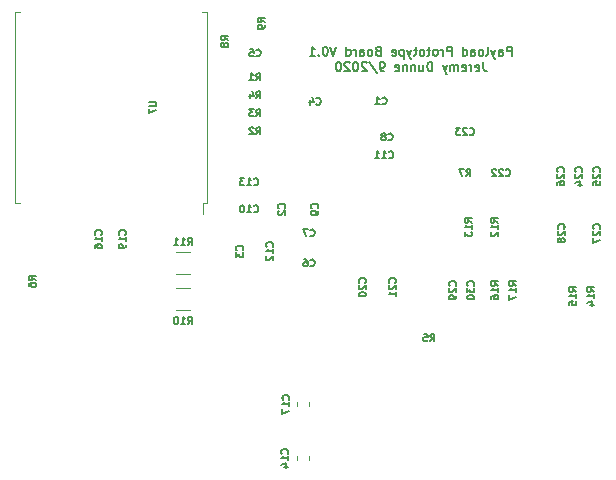
<source format=gbr>
G04 #@! TF.GenerationSoftware,KiCad,Pcbnew,(5.1.6)-1*
G04 #@! TF.CreationDate,2020-09-08T19:34:43-04:00*
G04 #@! TF.ProjectId,PayloadPrototypeBoard,5061796c-6f61-4645-9072-6f746f747970,rev?*
G04 #@! TF.SameCoordinates,Original*
G04 #@! TF.FileFunction,Legend,Bot*
G04 #@! TF.FilePolarity,Positive*
%FSLAX46Y46*%
G04 Gerber Fmt 4.6, Leading zero omitted, Abs format (unit mm)*
G04 Created by KiCad (PCBNEW (5.1.6)-1) date 2020-09-08 19:34:43*
%MOMM*%
%LPD*%
G01*
G04 APERTURE LIST*
%ADD10C,0.152400*%
%ADD11C,0.120000*%
G04 APERTURE END LIST*
D10*
X69487142Y-64721014D02*
X69487142Y-63959014D01*
X69196857Y-63959014D01*
X69124285Y-63995300D01*
X69088000Y-64031585D01*
X69051714Y-64104157D01*
X69051714Y-64213014D01*
X69088000Y-64285585D01*
X69124285Y-64321871D01*
X69196857Y-64358157D01*
X69487142Y-64358157D01*
X68398571Y-64721014D02*
X68398571Y-64321871D01*
X68434857Y-64249300D01*
X68507428Y-64213014D01*
X68652571Y-64213014D01*
X68725142Y-64249300D01*
X68398571Y-64684728D02*
X68471142Y-64721014D01*
X68652571Y-64721014D01*
X68725142Y-64684728D01*
X68761428Y-64612157D01*
X68761428Y-64539585D01*
X68725142Y-64467014D01*
X68652571Y-64430728D01*
X68471142Y-64430728D01*
X68398571Y-64394442D01*
X68108285Y-64213014D02*
X67926857Y-64721014D01*
X67745428Y-64213014D02*
X67926857Y-64721014D01*
X67999428Y-64902442D01*
X68035714Y-64938728D01*
X68108285Y-64975014D01*
X67346285Y-64721014D02*
X67418857Y-64684728D01*
X67455142Y-64612157D01*
X67455142Y-63959014D01*
X66947142Y-64721014D02*
X67019714Y-64684728D01*
X67056000Y-64648442D01*
X67092285Y-64575871D01*
X67092285Y-64358157D01*
X67056000Y-64285585D01*
X67019714Y-64249300D01*
X66947142Y-64213014D01*
X66838285Y-64213014D01*
X66765714Y-64249300D01*
X66729428Y-64285585D01*
X66693142Y-64358157D01*
X66693142Y-64575871D01*
X66729428Y-64648442D01*
X66765714Y-64684728D01*
X66838285Y-64721014D01*
X66947142Y-64721014D01*
X66040000Y-64721014D02*
X66040000Y-64321871D01*
X66076285Y-64249300D01*
X66148857Y-64213014D01*
X66294000Y-64213014D01*
X66366571Y-64249300D01*
X66040000Y-64684728D02*
X66112571Y-64721014D01*
X66294000Y-64721014D01*
X66366571Y-64684728D01*
X66402857Y-64612157D01*
X66402857Y-64539585D01*
X66366571Y-64467014D01*
X66294000Y-64430728D01*
X66112571Y-64430728D01*
X66040000Y-64394442D01*
X65350571Y-64721014D02*
X65350571Y-63959014D01*
X65350571Y-64684728D02*
X65423142Y-64721014D01*
X65568285Y-64721014D01*
X65640857Y-64684728D01*
X65677142Y-64648442D01*
X65713428Y-64575871D01*
X65713428Y-64358157D01*
X65677142Y-64285585D01*
X65640857Y-64249300D01*
X65568285Y-64213014D01*
X65423142Y-64213014D01*
X65350571Y-64249300D01*
X64407142Y-64721014D02*
X64407142Y-63959014D01*
X64116857Y-63959014D01*
X64044285Y-63995300D01*
X64008000Y-64031585D01*
X63971714Y-64104157D01*
X63971714Y-64213014D01*
X64008000Y-64285585D01*
X64044285Y-64321871D01*
X64116857Y-64358157D01*
X64407142Y-64358157D01*
X63645142Y-64721014D02*
X63645142Y-64213014D01*
X63645142Y-64358157D02*
X63608857Y-64285585D01*
X63572571Y-64249300D01*
X63500000Y-64213014D01*
X63427428Y-64213014D01*
X63064571Y-64721014D02*
X63137142Y-64684728D01*
X63173428Y-64648442D01*
X63209714Y-64575871D01*
X63209714Y-64358157D01*
X63173428Y-64285585D01*
X63137142Y-64249300D01*
X63064571Y-64213014D01*
X62955714Y-64213014D01*
X62883142Y-64249300D01*
X62846857Y-64285585D01*
X62810571Y-64358157D01*
X62810571Y-64575871D01*
X62846857Y-64648442D01*
X62883142Y-64684728D01*
X62955714Y-64721014D01*
X63064571Y-64721014D01*
X62592857Y-64213014D02*
X62302571Y-64213014D01*
X62484000Y-63959014D02*
X62484000Y-64612157D01*
X62447714Y-64684728D01*
X62375142Y-64721014D01*
X62302571Y-64721014D01*
X61939714Y-64721014D02*
X62012285Y-64684728D01*
X62048571Y-64648442D01*
X62084857Y-64575871D01*
X62084857Y-64358157D01*
X62048571Y-64285585D01*
X62012285Y-64249300D01*
X61939714Y-64213014D01*
X61830857Y-64213014D01*
X61758285Y-64249300D01*
X61722000Y-64285585D01*
X61685714Y-64358157D01*
X61685714Y-64575871D01*
X61722000Y-64648442D01*
X61758285Y-64684728D01*
X61830857Y-64721014D01*
X61939714Y-64721014D01*
X61468000Y-64213014D02*
X61177714Y-64213014D01*
X61359142Y-63959014D02*
X61359142Y-64612157D01*
X61322857Y-64684728D01*
X61250285Y-64721014D01*
X61177714Y-64721014D01*
X60996285Y-64213014D02*
X60814857Y-64721014D01*
X60633428Y-64213014D02*
X60814857Y-64721014D01*
X60887428Y-64902442D01*
X60923714Y-64938728D01*
X60996285Y-64975014D01*
X60343142Y-64213014D02*
X60343142Y-64975014D01*
X60343142Y-64249300D02*
X60270571Y-64213014D01*
X60125428Y-64213014D01*
X60052857Y-64249300D01*
X60016571Y-64285585D01*
X59980285Y-64358157D01*
X59980285Y-64575871D01*
X60016571Y-64648442D01*
X60052857Y-64684728D01*
X60125428Y-64721014D01*
X60270571Y-64721014D01*
X60343142Y-64684728D01*
X59363428Y-64684728D02*
X59436000Y-64721014D01*
X59581142Y-64721014D01*
X59653714Y-64684728D01*
X59690000Y-64612157D01*
X59690000Y-64321871D01*
X59653714Y-64249300D01*
X59581142Y-64213014D01*
X59436000Y-64213014D01*
X59363428Y-64249300D01*
X59327142Y-64321871D01*
X59327142Y-64394442D01*
X59690000Y-64467014D01*
X58166000Y-64321871D02*
X58057142Y-64358157D01*
X58020857Y-64394442D01*
X57984571Y-64467014D01*
X57984571Y-64575871D01*
X58020857Y-64648442D01*
X58057142Y-64684728D01*
X58129714Y-64721014D01*
X58420000Y-64721014D01*
X58420000Y-63959014D01*
X58166000Y-63959014D01*
X58093428Y-63995300D01*
X58057142Y-64031585D01*
X58020857Y-64104157D01*
X58020857Y-64176728D01*
X58057142Y-64249300D01*
X58093428Y-64285585D01*
X58166000Y-64321871D01*
X58420000Y-64321871D01*
X57549142Y-64721014D02*
X57621714Y-64684728D01*
X57658000Y-64648442D01*
X57694285Y-64575871D01*
X57694285Y-64358157D01*
X57658000Y-64285585D01*
X57621714Y-64249300D01*
X57549142Y-64213014D01*
X57440285Y-64213014D01*
X57367714Y-64249300D01*
X57331428Y-64285585D01*
X57295142Y-64358157D01*
X57295142Y-64575871D01*
X57331428Y-64648442D01*
X57367714Y-64684728D01*
X57440285Y-64721014D01*
X57549142Y-64721014D01*
X56642000Y-64721014D02*
X56642000Y-64321871D01*
X56678285Y-64249300D01*
X56750857Y-64213014D01*
X56896000Y-64213014D01*
X56968571Y-64249300D01*
X56642000Y-64684728D02*
X56714571Y-64721014D01*
X56896000Y-64721014D01*
X56968571Y-64684728D01*
X57004857Y-64612157D01*
X57004857Y-64539585D01*
X56968571Y-64467014D01*
X56896000Y-64430728D01*
X56714571Y-64430728D01*
X56642000Y-64394442D01*
X56279142Y-64721014D02*
X56279142Y-64213014D01*
X56279142Y-64358157D02*
X56242857Y-64285585D01*
X56206571Y-64249300D01*
X56134000Y-64213014D01*
X56061428Y-64213014D01*
X55480857Y-64721014D02*
X55480857Y-63959014D01*
X55480857Y-64684728D02*
X55553428Y-64721014D01*
X55698571Y-64721014D01*
X55771142Y-64684728D01*
X55807428Y-64648442D01*
X55843714Y-64575871D01*
X55843714Y-64358157D01*
X55807428Y-64285585D01*
X55771142Y-64249300D01*
X55698571Y-64213014D01*
X55553428Y-64213014D01*
X55480857Y-64249300D01*
X54646285Y-63959014D02*
X54392285Y-64721014D01*
X54138285Y-63959014D01*
X53739142Y-63959014D02*
X53666571Y-63959014D01*
X53594000Y-63995300D01*
X53557714Y-64031585D01*
X53521428Y-64104157D01*
X53485142Y-64249300D01*
X53485142Y-64430728D01*
X53521428Y-64575871D01*
X53557714Y-64648442D01*
X53594000Y-64684728D01*
X53666571Y-64721014D01*
X53739142Y-64721014D01*
X53811714Y-64684728D01*
X53848000Y-64648442D01*
X53884285Y-64575871D01*
X53920571Y-64430728D01*
X53920571Y-64249300D01*
X53884285Y-64104157D01*
X53848000Y-64031585D01*
X53811714Y-63995300D01*
X53739142Y-63959014D01*
X53158571Y-64648442D02*
X53122285Y-64684728D01*
X53158571Y-64721014D01*
X53194857Y-64684728D01*
X53158571Y-64648442D01*
X53158571Y-64721014D01*
X52396571Y-64721014D02*
X52832000Y-64721014D01*
X52614285Y-64721014D02*
X52614285Y-63959014D01*
X52686857Y-64067871D01*
X52759428Y-64140442D01*
X52832000Y-64176728D01*
X67074142Y-65254414D02*
X67074142Y-65798700D01*
X67110428Y-65907557D01*
X67183000Y-65980128D01*
X67291857Y-66016414D01*
X67364428Y-66016414D01*
X66421000Y-65980128D02*
X66493571Y-66016414D01*
X66638714Y-66016414D01*
X66711285Y-65980128D01*
X66747571Y-65907557D01*
X66747571Y-65617271D01*
X66711285Y-65544700D01*
X66638714Y-65508414D01*
X66493571Y-65508414D01*
X66421000Y-65544700D01*
X66384714Y-65617271D01*
X66384714Y-65689842D01*
X66747571Y-65762414D01*
X66058142Y-66016414D02*
X66058142Y-65508414D01*
X66058142Y-65653557D02*
X66021857Y-65580985D01*
X65985571Y-65544700D01*
X65913000Y-65508414D01*
X65840428Y-65508414D01*
X65296142Y-65980128D02*
X65368714Y-66016414D01*
X65513857Y-66016414D01*
X65586428Y-65980128D01*
X65622714Y-65907557D01*
X65622714Y-65617271D01*
X65586428Y-65544700D01*
X65513857Y-65508414D01*
X65368714Y-65508414D01*
X65296142Y-65544700D01*
X65259857Y-65617271D01*
X65259857Y-65689842D01*
X65622714Y-65762414D01*
X64933285Y-66016414D02*
X64933285Y-65508414D01*
X64933285Y-65580985D02*
X64897000Y-65544700D01*
X64824428Y-65508414D01*
X64715571Y-65508414D01*
X64643000Y-65544700D01*
X64606714Y-65617271D01*
X64606714Y-66016414D01*
X64606714Y-65617271D02*
X64570428Y-65544700D01*
X64497857Y-65508414D01*
X64389000Y-65508414D01*
X64316428Y-65544700D01*
X64280142Y-65617271D01*
X64280142Y-66016414D01*
X63989857Y-65508414D02*
X63808428Y-66016414D01*
X63627000Y-65508414D02*
X63808428Y-66016414D01*
X63881000Y-66197842D01*
X63917285Y-66234128D01*
X63989857Y-66270414D01*
X62756142Y-66016414D02*
X62756142Y-65254414D01*
X62574714Y-65254414D01*
X62465857Y-65290700D01*
X62393285Y-65363271D01*
X62357000Y-65435842D01*
X62320714Y-65580985D01*
X62320714Y-65689842D01*
X62357000Y-65834985D01*
X62393285Y-65907557D01*
X62465857Y-65980128D01*
X62574714Y-66016414D01*
X62756142Y-66016414D01*
X61667571Y-65508414D02*
X61667571Y-66016414D01*
X61994142Y-65508414D02*
X61994142Y-65907557D01*
X61957857Y-65980128D01*
X61885285Y-66016414D01*
X61776428Y-66016414D01*
X61703857Y-65980128D01*
X61667571Y-65943842D01*
X61304714Y-65508414D02*
X61304714Y-66016414D01*
X61304714Y-65580985D02*
X61268428Y-65544700D01*
X61195857Y-65508414D01*
X61087000Y-65508414D01*
X61014428Y-65544700D01*
X60978142Y-65617271D01*
X60978142Y-66016414D01*
X60615285Y-65508414D02*
X60615285Y-66016414D01*
X60615285Y-65580985D02*
X60579000Y-65544700D01*
X60506428Y-65508414D01*
X60397571Y-65508414D01*
X60325000Y-65544700D01*
X60288714Y-65617271D01*
X60288714Y-66016414D01*
X59635571Y-65980128D02*
X59708142Y-66016414D01*
X59853285Y-66016414D01*
X59925857Y-65980128D01*
X59962142Y-65907557D01*
X59962142Y-65617271D01*
X59925857Y-65544700D01*
X59853285Y-65508414D01*
X59708142Y-65508414D01*
X59635571Y-65544700D01*
X59599285Y-65617271D01*
X59599285Y-65689842D01*
X59962142Y-65762414D01*
X58655857Y-66016414D02*
X58510714Y-66016414D01*
X58438142Y-65980128D01*
X58401857Y-65943842D01*
X58329285Y-65834985D01*
X58293000Y-65689842D01*
X58293000Y-65399557D01*
X58329285Y-65326985D01*
X58365571Y-65290700D01*
X58438142Y-65254414D01*
X58583285Y-65254414D01*
X58655857Y-65290700D01*
X58692142Y-65326985D01*
X58728428Y-65399557D01*
X58728428Y-65580985D01*
X58692142Y-65653557D01*
X58655857Y-65689842D01*
X58583285Y-65726128D01*
X58438142Y-65726128D01*
X58365571Y-65689842D01*
X58329285Y-65653557D01*
X58293000Y-65580985D01*
X57422142Y-65218128D02*
X58075285Y-66197842D01*
X57204428Y-65326985D02*
X57168142Y-65290700D01*
X57095571Y-65254414D01*
X56914142Y-65254414D01*
X56841571Y-65290700D01*
X56805285Y-65326985D01*
X56769000Y-65399557D01*
X56769000Y-65472128D01*
X56805285Y-65580985D01*
X57240714Y-66016414D01*
X56769000Y-66016414D01*
X56297285Y-65254414D02*
X56224714Y-65254414D01*
X56152142Y-65290700D01*
X56115857Y-65326985D01*
X56079571Y-65399557D01*
X56043285Y-65544700D01*
X56043285Y-65726128D01*
X56079571Y-65871271D01*
X56115857Y-65943842D01*
X56152142Y-65980128D01*
X56224714Y-66016414D01*
X56297285Y-66016414D01*
X56369857Y-65980128D01*
X56406142Y-65943842D01*
X56442428Y-65871271D01*
X56478714Y-65726128D01*
X56478714Y-65544700D01*
X56442428Y-65399557D01*
X56406142Y-65326985D01*
X56369857Y-65290700D01*
X56297285Y-65254414D01*
X55753000Y-65326985D02*
X55716714Y-65290700D01*
X55644142Y-65254414D01*
X55462714Y-65254414D01*
X55390142Y-65290700D01*
X55353857Y-65326985D01*
X55317571Y-65399557D01*
X55317571Y-65472128D01*
X55353857Y-65580985D01*
X55789285Y-66016414D01*
X55317571Y-66016414D01*
X54845857Y-65254414D02*
X54773285Y-65254414D01*
X54700714Y-65290700D01*
X54664428Y-65326985D01*
X54628142Y-65399557D01*
X54591857Y-65544700D01*
X54591857Y-65726128D01*
X54628142Y-65871271D01*
X54664428Y-65943842D01*
X54700714Y-65980128D01*
X54773285Y-66016414D01*
X54845857Y-66016414D01*
X54918428Y-65980128D01*
X54954714Y-65943842D01*
X54991000Y-65871271D01*
X55027285Y-65726128D01*
X55027285Y-65544700D01*
X54991000Y-65399557D01*
X54954714Y-65326985D01*
X54918428Y-65290700D01*
X54845857Y-65254414D01*
D11*
X43310000Y-77188000D02*
X43310000Y-78088000D01*
X43660000Y-77188000D02*
X43310000Y-77188000D01*
X27460000Y-60988000D02*
X27860000Y-60988000D01*
X27460000Y-77188000D02*
X27460000Y-60988000D01*
X27860000Y-77188000D02*
X27460000Y-77188000D01*
X43660000Y-60988000D02*
X43260000Y-60988000D01*
X43660000Y-77188000D02*
X43660000Y-60988000D01*
X51306000Y-98643221D02*
X51306000Y-98968779D01*
X52326000Y-98643221D02*
X52326000Y-98968779D01*
X52326000Y-94071221D02*
X52326000Y-94396779D01*
X51306000Y-94071221D02*
X51306000Y-94396779D01*
X41053936Y-84434000D02*
X42258064Y-84434000D01*
X41053936Y-86254000D02*
X42258064Y-86254000D01*
X42258064Y-81386000D02*
X41053936Y-81386000D01*
X42258064Y-83206000D02*
X41053936Y-83206000D01*
D10*
X38782171Y-68623542D02*
X39275657Y-68623542D01*
X39333714Y-68652571D01*
X39362742Y-68681600D01*
X39391771Y-68739657D01*
X39391771Y-68855771D01*
X39362742Y-68913828D01*
X39333714Y-68942857D01*
X39275657Y-68971885D01*
X38782171Y-68971885D01*
X38782171Y-69204114D02*
X38782171Y-69610514D01*
X39391771Y-69349257D01*
X50509714Y-98414114D02*
X50538742Y-98385085D01*
X50567771Y-98298000D01*
X50567771Y-98239942D01*
X50538742Y-98152857D01*
X50480685Y-98094800D01*
X50422628Y-98065771D01*
X50306514Y-98036742D01*
X50219428Y-98036742D01*
X50103314Y-98065771D01*
X50045257Y-98094800D01*
X49987200Y-98152857D01*
X49958171Y-98239942D01*
X49958171Y-98298000D01*
X49987200Y-98385085D01*
X50016228Y-98414114D01*
X50567771Y-98994685D02*
X50567771Y-98646342D01*
X50567771Y-98820514D02*
X49958171Y-98820514D01*
X50045257Y-98762457D01*
X50103314Y-98704400D01*
X50132342Y-98646342D01*
X50161371Y-99517200D02*
X50567771Y-99517200D01*
X49929142Y-99372057D02*
X50364571Y-99226914D01*
X50364571Y-99604285D01*
X58521600Y-68797714D02*
X58550628Y-68826742D01*
X58637714Y-68855771D01*
X58695771Y-68855771D01*
X58782857Y-68826742D01*
X58840914Y-68768685D01*
X58869942Y-68710628D01*
X58898971Y-68594514D01*
X58898971Y-68507428D01*
X58869942Y-68391314D01*
X58840914Y-68333257D01*
X58782857Y-68275200D01*
X58695771Y-68246171D01*
X58637714Y-68246171D01*
X58550628Y-68275200D01*
X58521600Y-68304228D01*
X57941028Y-68855771D02*
X58289371Y-68855771D01*
X58115200Y-68855771D02*
X58115200Y-68246171D01*
X58173257Y-68333257D01*
X58231314Y-68391314D01*
X58289371Y-68420342D01*
X50255714Y-77622400D02*
X50284742Y-77593371D01*
X50313771Y-77506285D01*
X50313771Y-77448228D01*
X50284742Y-77361142D01*
X50226685Y-77303085D01*
X50168628Y-77274057D01*
X50052514Y-77245028D01*
X49965428Y-77245028D01*
X49849314Y-77274057D01*
X49791257Y-77303085D01*
X49733200Y-77361142D01*
X49704171Y-77448228D01*
X49704171Y-77506285D01*
X49733200Y-77593371D01*
X49762228Y-77622400D01*
X49762228Y-77854628D02*
X49733200Y-77883657D01*
X49704171Y-77941714D01*
X49704171Y-78086857D01*
X49733200Y-78144914D01*
X49762228Y-78173942D01*
X49820285Y-78202971D01*
X49878342Y-78202971D01*
X49965428Y-78173942D01*
X50313771Y-77825600D01*
X50313771Y-78202971D01*
X46699714Y-81178400D02*
X46728742Y-81149371D01*
X46757771Y-81062285D01*
X46757771Y-81004228D01*
X46728742Y-80917142D01*
X46670685Y-80859085D01*
X46612628Y-80830057D01*
X46496514Y-80801028D01*
X46409428Y-80801028D01*
X46293314Y-80830057D01*
X46235257Y-80859085D01*
X46177200Y-80917142D01*
X46148171Y-81004228D01*
X46148171Y-81062285D01*
X46177200Y-81149371D01*
X46206228Y-81178400D01*
X46148171Y-81381600D02*
X46148171Y-81758971D01*
X46380400Y-81555771D01*
X46380400Y-81642857D01*
X46409428Y-81700914D01*
X46438457Y-81729942D01*
X46496514Y-81758971D01*
X46641657Y-81758971D01*
X46699714Y-81729942D01*
X46728742Y-81700914D01*
X46757771Y-81642857D01*
X46757771Y-81468685D01*
X46728742Y-81410628D01*
X46699714Y-81381600D01*
X52933600Y-68831714D02*
X52962628Y-68860742D01*
X53049714Y-68889771D01*
X53107771Y-68889771D01*
X53194857Y-68860742D01*
X53252914Y-68802685D01*
X53281942Y-68744628D01*
X53310971Y-68628514D01*
X53310971Y-68541428D01*
X53281942Y-68425314D01*
X53252914Y-68367257D01*
X53194857Y-68309200D01*
X53107771Y-68280171D01*
X53049714Y-68280171D01*
X52962628Y-68309200D01*
X52933600Y-68338228D01*
X52411085Y-68483371D02*
X52411085Y-68889771D01*
X52556228Y-68251142D02*
X52701371Y-68686571D01*
X52324000Y-68686571D01*
X47853600Y-64733714D02*
X47882628Y-64762742D01*
X47969714Y-64791771D01*
X48027771Y-64791771D01*
X48114857Y-64762742D01*
X48172914Y-64704685D01*
X48201942Y-64646628D01*
X48230971Y-64530514D01*
X48230971Y-64443428D01*
X48201942Y-64327314D01*
X48172914Y-64269257D01*
X48114857Y-64211200D01*
X48027771Y-64182171D01*
X47969714Y-64182171D01*
X47882628Y-64211200D01*
X47853600Y-64240228D01*
X47302057Y-64182171D02*
X47592342Y-64182171D01*
X47621371Y-64472457D01*
X47592342Y-64443428D01*
X47534285Y-64414400D01*
X47389142Y-64414400D01*
X47331085Y-64443428D01*
X47302057Y-64472457D01*
X47273028Y-64530514D01*
X47273028Y-64675657D01*
X47302057Y-64733714D01*
X47331085Y-64762742D01*
X47389142Y-64791771D01*
X47534285Y-64791771D01*
X47592342Y-64762742D01*
X47621371Y-64733714D01*
X52425600Y-82513714D02*
X52454628Y-82542742D01*
X52541714Y-82571771D01*
X52599771Y-82571771D01*
X52686857Y-82542742D01*
X52744914Y-82484685D01*
X52773942Y-82426628D01*
X52802971Y-82310514D01*
X52802971Y-82223428D01*
X52773942Y-82107314D01*
X52744914Y-82049257D01*
X52686857Y-81991200D01*
X52599771Y-81962171D01*
X52541714Y-81962171D01*
X52454628Y-81991200D01*
X52425600Y-82020228D01*
X51903085Y-81962171D02*
X52019200Y-81962171D01*
X52077257Y-81991200D01*
X52106285Y-82020228D01*
X52164342Y-82107314D01*
X52193371Y-82223428D01*
X52193371Y-82455657D01*
X52164342Y-82513714D01*
X52135314Y-82542742D01*
X52077257Y-82571771D01*
X51961142Y-82571771D01*
X51903085Y-82542742D01*
X51874057Y-82513714D01*
X51845028Y-82455657D01*
X51845028Y-82310514D01*
X51874057Y-82252457D01*
X51903085Y-82223428D01*
X51961142Y-82194400D01*
X52077257Y-82194400D01*
X52135314Y-82223428D01*
X52164342Y-82252457D01*
X52193371Y-82310514D01*
X52425600Y-79973714D02*
X52454628Y-80002742D01*
X52541714Y-80031771D01*
X52599771Y-80031771D01*
X52686857Y-80002742D01*
X52744914Y-79944685D01*
X52773942Y-79886628D01*
X52802971Y-79770514D01*
X52802971Y-79683428D01*
X52773942Y-79567314D01*
X52744914Y-79509257D01*
X52686857Y-79451200D01*
X52599771Y-79422171D01*
X52541714Y-79422171D01*
X52454628Y-79451200D01*
X52425600Y-79480228D01*
X52222400Y-79422171D02*
X51816000Y-79422171D01*
X52077257Y-80031771D01*
X59029600Y-71845714D02*
X59058628Y-71874742D01*
X59145714Y-71903771D01*
X59203771Y-71903771D01*
X59290857Y-71874742D01*
X59348914Y-71816685D01*
X59377942Y-71758628D01*
X59406971Y-71642514D01*
X59406971Y-71555428D01*
X59377942Y-71439314D01*
X59348914Y-71381257D01*
X59290857Y-71323200D01*
X59203771Y-71294171D01*
X59145714Y-71294171D01*
X59058628Y-71323200D01*
X59029600Y-71352228D01*
X58681257Y-71555428D02*
X58739314Y-71526400D01*
X58768342Y-71497371D01*
X58797371Y-71439314D01*
X58797371Y-71410285D01*
X58768342Y-71352228D01*
X58739314Y-71323200D01*
X58681257Y-71294171D01*
X58565142Y-71294171D01*
X58507085Y-71323200D01*
X58478057Y-71352228D01*
X58449028Y-71410285D01*
X58449028Y-71439314D01*
X58478057Y-71497371D01*
X58507085Y-71526400D01*
X58565142Y-71555428D01*
X58681257Y-71555428D01*
X58739314Y-71584457D01*
X58768342Y-71613485D01*
X58797371Y-71671542D01*
X58797371Y-71787657D01*
X58768342Y-71845714D01*
X58739314Y-71874742D01*
X58681257Y-71903771D01*
X58565142Y-71903771D01*
X58507085Y-71874742D01*
X58478057Y-71845714D01*
X58449028Y-71787657D01*
X58449028Y-71671542D01*
X58478057Y-71613485D01*
X58507085Y-71584457D01*
X58565142Y-71555428D01*
X53049714Y-77622400D02*
X53078742Y-77593371D01*
X53107771Y-77506285D01*
X53107771Y-77448228D01*
X53078742Y-77361142D01*
X53020685Y-77303085D01*
X52962628Y-77274057D01*
X52846514Y-77245028D01*
X52759428Y-77245028D01*
X52643314Y-77274057D01*
X52585257Y-77303085D01*
X52527200Y-77361142D01*
X52498171Y-77448228D01*
X52498171Y-77506285D01*
X52527200Y-77593371D01*
X52556228Y-77622400D01*
X53107771Y-77912685D02*
X53107771Y-78028800D01*
X53078742Y-78086857D01*
X53049714Y-78115885D01*
X52962628Y-78173942D01*
X52846514Y-78202971D01*
X52614285Y-78202971D01*
X52556228Y-78173942D01*
X52527200Y-78144914D01*
X52498171Y-78086857D01*
X52498171Y-77970742D01*
X52527200Y-77912685D01*
X52556228Y-77883657D01*
X52614285Y-77854628D01*
X52759428Y-77854628D01*
X52817485Y-77883657D01*
X52846514Y-77912685D01*
X52875542Y-77970742D01*
X52875542Y-78086857D01*
X52846514Y-78144914D01*
X52817485Y-78173942D01*
X52759428Y-78202971D01*
X47635885Y-77941714D02*
X47664914Y-77970742D01*
X47752000Y-77999771D01*
X47810057Y-77999771D01*
X47897142Y-77970742D01*
X47955200Y-77912685D01*
X47984228Y-77854628D01*
X48013257Y-77738514D01*
X48013257Y-77651428D01*
X47984228Y-77535314D01*
X47955200Y-77477257D01*
X47897142Y-77419200D01*
X47810057Y-77390171D01*
X47752000Y-77390171D01*
X47664914Y-77419200D01*
X47635885Y-77448228D01*
X47055314Y-77999771D02*
X47403657Y-77999771D01*
X47229485Y-77999771D02*
X47229485Y-77390171D01*
X47287542Y-77477257D01*
X47345600Y-77535314D01*
X47403657Y-77564342D01*
X46677942Y-77390171D02*
X46619885Y-77390171D01*
X46561828Y-77419200D01*
X46532800Y-77448228D01*
X46503771Y-77506285D01*
X46474742Y-77622400D01*
X46474742Y-77767542D01*
X46503771Y-77883657D01*
X46532800Y-77941714D01*
X46561828Y-77970742D01*
X46619885Y-77999771D01*
X46677942Y-77999771D01*
X46736000Y-77970742D01*
X46765028Y-77941714D01*
X46794057Y-77883657D01*
X46823085Y-77767542D01*
X46823085Y-77622400D01*
X46794057Y-77506285D01*
X46765028Y-77448228D01*
X46736000Y-77419200D01*
X46677942Y-77390171D01*
X59065885Y-73369714D02*
X59094914Y-73398742D01*
X59182000Y-73427771D01*
X59240057Y-73427771D01*
X59327142Y-73398742D01*
X59385200Y-73340685D01*
X59414228Y-73282628D01*
X59443257Y-73166514D01*
X59443257Y-73079428D01*
X59414228Y-72963314D01*
X59385200Y-72905257D01*
X59327142Y-72847200D01*
X59240057Y-72818171D01*
X59182000Y-72818171D01*
X59094914Y-72847200D01*
X59065885Y-72876228D01*
X58485314Y-73427771D02*
X58833657Y-73427771D01*
X58659485Y-73427771D02*
X58659485Y-72818171D01*
X58717542Y-72905257D01*
X58775600Y-72963314D01*
X58833657Y-72992342D01*
X57904742Y-73427771D02*
X58253085Y-73427771D01*
X58078914Y-73427771D02*
X58078914Y-72818171D01*
X58136971Y-72905257D01*
X58195028Y-72963314D01*
X58253085Y-72992342D01*
X49239714Y-80888114D02*
X49268742Y-80859085D01*
X49297771Y-80772000D01*
X49297771Y-80713942D01*
X49268742Y-80626857D01*
X49210685Y-80568800D01*
X49152628Y-80539771D01*
X49036514Y-80510742D01*
X48949428Y-80510742D01*
X48833314Y-80539771D01*
X48775257Y-80568800D01*
X48717200Y-80626857D01*
X48688171Y-80713942D01*
X48688171Y-80772000D01*
X48717200Y-80859085D01*
X48746228Y-80888114D01*
X49297771Y-81468685D02*
X49297771Y-81120342D01*
X49297771Y-81294514D02*
X48688171Y-81294514D01*
X48775257Y-81236457D01*
X48833314Y-81178400D01*
X48862342Y-81120342D01*
X48746228Y-81700914D02*
X48717200Y-81729942D01*
X48688171Y-81788000D01*
X48688171Y-81933142D01*
X48717200Y-81991200D01*
X48746228Y-82020228D01*
X48804285Y-82049257D01*
X48862342Y-82049257D01*
X48949428Y-82020228D01*
X49297771Y-81671885D01*
X49297771Y-82049257D01*
X47635885Y-75655714D02*
X47664914Y-75684742D01*
X47752000Y-75713771D01*
X47810057Y-75713771D01*
X47897142Y-75684742D01*
X47955200Y-75626685D01*
X47984228Y-75568628D01*
X48013257Y-75452514D01*
X48013257Y-75365428D01*
X47984228Y-75249314D01*
X47955200Y-75191257D01*
X47897142Y-75133200D01*
X47810057Y-75104171D01*
X47752000Y-75104171D01*
X47664914Y-75133200D01*
X47635885Y-75162228D01*
X47055314Y-75713771D02*
X47403657Y-75713771D01*
X47229485Y-75713771D02*
X47229485Y-75104171D01*
X47287542Y-75191257D01*
X47345600Y-75249314D01*
X47403657Y-75278342D01*
X46852114Y-75104171D02*
X46474742Y-75104171D01*
X46677942Y-75336400D01*
X46590857Y-75336400D01*
X46532800Y-75365428D01*
X46503771Y-75394457D01*
X46474742Y-75452514D01*
X46474742Y-75597657D01*
X46503771Y-75655714D01*
X46532800Y-75684742D01*
X46590857Y-75713771D01*
X46765028Y-75713771D01*
X46823085Y-75684742D01*
X46852114Y-75655714D01*
X34727714Y-79872114D02*
X34756742Y-79843085D01*
X34785771Y-79756000D01*
X34785771Y-79697942D01*
X34756742Y-79610857D01*
X34698685Y-79552800D01*
X34640628Y-79523771D01*
X34524514Y-79494742D01*
X34437428Y-79494742D01*
X34321314Y-79523771D01*
X34263257Y-79552800D01*
X34205200Y-79610857D01*
X34176171Y-79697942D01*
X34176171Y-79756000D01*
X34205200Y-79843085D01*
X34234228Y-79872114D01*
X34785771Y-80452685D02*
X34785771Y-80104342D01*
X34785771Y-80278514D02*
X34176171Y-80278514D01*
X34263257Y-80220457D01*
X34321314Y-80162400D01*
X34350342Y-80104342D01*
X34176171Y-80975200D02*
X34176171Y-80859085D01*
X34205200Y-80801028D01*
X34234228Y-80772000D01*
X34321314Y-80713942D01*
X34437428Y-80684914D01*
X34669657Y-80684914D01*
X34727714Y-80713942D01*
X34756742Y-80742971D01*
X34785771Y-80801028D01*
X34785771Y-80917142D01*
X34756742Y-80975200D01*
X34727714Y-81004228D01*
X34669657Y-81033257D01*
X34524514Y-81033257D01*
X34466457Y-81004228D01*
X34437428Y-80975200D01*
X34408400Y-80917142D01*
X34408400Y-80801028D01*
X34437428Y-80742971D01*
X34466457Y-80713942D01*
X34524514Y-80684914D01*
X57079714Y-83936114D02*
X57108742Y-83907085D01*
X57137771Y-83820000D01*
X57137771Y-83761942D01*
X57108742Y-83674857D01*
X57050685Y-83616800D01*
X56992628Y-83587771D01*
X56876514Y-83558742D01*
X56789428Y-83558742D01*
X56673314Y-83587771D01*
X56615257Y-83616800D01*
X56557200Y-83674857D01*
X56528171Y-83761942D01*
X56528171Y-83820000D01*
X56557200Y-83907085D01*
X56586228Y-83936114D01*
X56586228Y-84168342D02*
X56557200Y-84197371D01*
X56528171Y-84255428D01*
X56528171Y-84400571D01*
X56557200Y-84458628D01*
X56586228Y-84487657D01*
X56644285Y-84516685D01*
X56702342Y-84516685D01*
X56789428Y-84487657D01*
X57137771Y-84139314D01*
X57137771Y-84516685D01*
X56528171Y-84894057D02*
X56528171Y-84952114D01*
X56557200Y-85010171D01*
X56586228Y-85039200D01*
X56644285Y-85068228D01*
X56760400Y-85097257D01*
X56905542Y-85097257D01*
X57021657Y-85068228D01*
X57079714Y-85039200D01*
X57108742Y-85010171D01*
X57137771Y-84952114D01*
X57137771Y-84894057D01*
X57108742Y-84836000D01*
X57079714Y-84806971D01*
X57021657Y-84777942D01*
X56905542Y-84748914D01*
X56760400Y-84748914D01*
X56644285Y-84777942D01*
X56586228Y-84806971D01*
X56557200Y-84836000D01*
X56528171Y-84894057D01*
X59619714Y-83936114D02*
X59648742Y-83907085D01*
X59677771Y-83820000D01*
X59677771Y-83761942D01*
X59648742Y-83674857D01*
X59590685Y-83616800D01*
X59532628Y-83587771D01*
X59416514Y-83558742D01*
X59329428Y-83558742D01*
X59213314Y-83587771D01*
X59155257Y-83616800D01*
X59097200Y-83674857D01*
X59068171Y-83761942D01*
X59068171Y-83820000D01*
X59097200Y-83907085D01*
X59126228Y-83936114D01*
X59126228Y-84168342D02*
X59097200Y-84197371D01*
X59068171Y-84255428D01*
X59068171Y-84400571D01*
X59097200Y-84458628D01*
X59126228Y-84487657D01*
X59184285Y-84516685D01*
X59242342Y-84516685D01*
X59329428Y-84487657D01*
X59677771Y-84139314D01*
X59677771Y-84516685D01*
X59677771Y-85097257D02*
X59677771Y-84748914D01*
X59677771Y-84923085D02*
X59068171Y-84923085D01*
X59155257Y-84865028D01*
X59213314Y-84806971D01*
X59242342Y-84748914D01*
X68971885Y-74859714D02*
X69000914Y-74888742D01*
X69088000Y-74917771D01*
X69146057Y-74917771D01*
X69233142Y-74888742D01*
X69291200Y-74830685D01*
X69320228Y-74772628D01*
X69349257Y-74656514D01*
X69349257Y-74569428D01*
X69320228Y-74453314D01*
X69291200Y-74395257D01*
X69233142Y-74337200D01*
X69146057Y-74308171D01*
X69088000Y-74308171D01*
X69000914Y-74337200D01*
X68971885Y-74366228D01*
X68739657Y-74366228D02*
X68710628Y-74337200D01*
X68652571Y-74308171D01*
X68507428Y-74308171D01*
X68449371Y-74337200D01*
X68420342Y-74366228D01*
X68391314Y-74424285D01*
X68391314Y-74482342D01*
X68420342Y-74569428D01*
X68768685Y-74917771D01*
X68391314Y-74917771D01*
X68159085Y-74366228D02*
X68130057Y-74337200D01*
X68072000Y-74308171D01*
X67926857Y-74308171D01*
X67868800Y-74337200D01*
X67839771Y-74366228D01*
X67810742Y-74424285D01*
X67810742Y-74482342D01*
X67839771Y-74569428D01*
X68188114Y-74917771D01*
X67810742Y-74917771D01*
X65923885Y-71371714D02*
X65952914Y-71400742D01*
X66040000Y-71429771D01*
X66098057Y-71429771D01*
X66185142Y-71400742D01*
X66243200Y-71342685D01*
X66272228Y-71284628D01*
X66301257Y-71168514D01*
X66301257Y-71081428D01*
X66272228Y-70965314D01*
X66243200Y-70907257D01*
X66185142Y-70849200D01*
X66098057Y-70820171D01*
X66040000Y-70820171D01*
X65952914Y-70849200D01*
X65923885Y-70878228D01*
X65691657Y-70878228D02*
X65662628Y-70849200D01*
X65604571Y-70820171D01*
X65459428Y-70820171D01*
X65401371Y-70849200D01*
X65372342Y-70878228D01*
X65343314Y-70936285D01*
X65343314Y-70994342D01*
X65372342Y-71081428D01*
X65720685Y-71429771D01*
X65343314Y-71429771D01*
X65140114Y-70820171D02*
X64762742Y-70820171D01*
X64965942Y-71052400D01*
X64878857Y-71052400D01*
X64820800Y-71081428D01*
X64791771Y-71110457D01*
X64762742Y-71168514D01*
X64762742Y-71313657D01*
X64791771Y-71371714D01*
X64820800Y-71400742D01*
X64878857Y-71429771D01*
X65053028Y-71429771D01*
X65111085Y-71400742D01*
X65140114Y-71371714D01*
X75401714Y-74538114D02*
X75430742Y-74509085D01*
X75459771Y-74422000D01*
X75459771Y-74363942D01*
X75430742Y-74276857D01*
X75372685Y-74218800D01*
X75314628Y-74189771D01*
X75198514Y-74160742D01*
X75111428Y-74160742D01*
X74995314Y-74189771D01*
X74937257Y-74218800D01*
X74879200Y-74276857D01*
X74850171Y-74363942D01*
X74850171Y-74422000D01*
X74879200Y-74509085D01*
X74908228Y-74538114D01*
X74908228Y-74770342D02*
X74879200Y-74799371D01*
X74850171Y-74857428D01*
X74850171Y-75002571D01*
X74879200Y-75060628D01*
X74908228Y-75089657D01*
X74966285Y-75118685D01*
X75024342Y-75118685D01*
X75111428Y-75089657D01*
X75459771Y-74741314D01*
X75459771Y-75118685D01*
X75053371Y-75641200D02*
X75459771Y-75641200D01*
X74821142Y-75496057D02*
X75256571Y-75350914D01*
X75256571Y-75728285D01*
X76925714Y-74538114D02*
X76954742Y-74509085D01*
X76983771Y-74422000D01*
X76983771Y-74363942D01*
X76954742Y-74276857D01*
X76896685Y-74218800D01*
X76838628Y-74189771D01*
X76722514Y-74160742D01*
X76635428Y-74160742D01*
X76519314Y-74189771D01*
X76461257Y-74218800D01*
X76403200Y-74276857D01*
X76374171Y-74363942D01*
X76374171Y-74422000D01*
X76403200Y-74509085D01*
X76432228Y-74538114D01*
X76432228Y-74770342D02*
X76403200Y-74799371D01*
X76374171Y-74857428D01*
X76374171Y-75002571D01*
X76403200Y-75060628D01*
X76432228Y-75089657D01*
X76490285Y-75118685D01*
X76548342Y-75118685D01*
X76635428Y-75089657D01*
X76983771Y-74741314D01*
X76983771Y-75118685D01*
X76374171Y-75670228D02*
X76374171Y-75379942D01*
X76664457Y-75350914D01*
X76635428Y-75379942D01*
X76606400Y-75438000D01*
X76606400Y-75583142D01*
X76635428Y-75641200D01*
X76664457Y-75670228D01*
X76722514Y-75699257D01*
X76867657Y-75699257D01*
X76925714Y-75670228D01*
X76954742Y-75641200D01*
X76983771Y-75583142D01*
X76983771Y-75438000D01*
X76954742Y-75379942D01*
X76925714Y-75350914D01*
X73877714Y-74538114D02*
X73906742Y-74509085D01*
X73935771Y-74422000D01*
X73935771Y-74363942D01*
X73906742Y-74276857D01*
X73848685Y-74218800D01*
X73790628Y-74189771D01*
X73674514Y-74160742D01*
X73587428Y-74160742D01*
X73471314Y-74189771D01*
X73413257Y-74218800D01*
X73355200Y-74276857D01*
X73326171Y-74363942D01*
X73326171Y-74422000D01*
X73355200Y-74509085D01*
X73384228Y-74538114D01*
X73384228Y-74770342D02*
X73355200Y-74799371D01*
X73326171Y-74857428D01*
X73326171Y-75002571D01*
X73355200Y-75060628D01*
X73384228Y-75089657D01*
X73442285Y-75118685D01*
X73500342Y-75118685D01*
X73587428Y-75089657D01*
X73935771Y-74741314D01*
X73935771Y-75118685D01*
X73326171Y-75641200D02*
X73326171Y-75525085D01*
X73355200Y-75467028D01*
X73384228Y-75438000D01*
X73471314Y-75379942D01*
X73587428Y-75350914D01*
X73819657Y-75350914D01*
X73877714Y-75379942D01*
X73906742Y-75408971D01*
X73935771Y-75467028D01*
X73935771Y-75583142D01*
X73906742Y-75641200D01*
X73877714Y-75670228D01*
X73819657Y-75699257D01*
X73674514Y-75699257D01*
X73616457Y-75670228D01*
X73587428Y-75641200D01*
X73558400Y-75583142D01*
X73558400Y-75467028D01*
X73587428Y-75408971D01*
X73616457Y-75379942D01*
X73674514Y-75350914D01*
X76925714Y-79364114D02*
X76954742Y-79335085D01*
X76983771Y-79248000D01*
X76983771Y-79189942D01*
X76954742Y-79102857D01*
X76896685Y-79044800D01*
X76838628Y-79015771D01*
X76722514Y-78986742D01*
X76635428Y-78986742D01*
X76519314Y-79015771D01*
X76461257Y-79044800D01*
X76403200Y-79102857D01*
X76374171Y-79189942D01*
X76374171Y-79248000D01*
X76403200Y-79335085D01*
X76432228Y-79364114D01*
X76432228Y-79596342D02*
X76403200Y-79625371D01*
X76374171Y-79683428D01*
X76374171Y-79828571D01*
X76403200Y-79886628D01*
X76432228Y-79915657D01*
X76490285Y-79944685D01*
X76548342Y-79944685D01*
X76635428Y-79915657D01*
X76983771Y-79567314D01*
X76983771Y-79944685D01*
X76374171Y-80147885D02*
X76374171Y-80554285D01*
X76983771Y-80293028D01*
X73911714Y-79364114D02*
X73940742Y-79335085D01*
X73969771Y-79248000D01*
X73969771Y-79189942D01*
X73940742Y-79102857D01*
X73882685Y-79044800D01*
X73824628Y-79015771D01*
X73708514Y-78986742D01*
X73621428Y-78986742D01*
X73505314Y-79015771D01*
X73447257Y-79044800D01*
X73389200Y-79102857D01*
X73360171Y-79189942D01*
X73360171Y-79248000D01*
X73389200Y-79335085D01*
X73418228Y-79364114D01*
X73418228Y-79596342D02*
X73389200Y-79625371D01*
X73360171Y-79683428D01*
X73360171Y-79828571D01*
X73389200Y-79886628D01*
X73418228Y-79915657D01*
X73476285Y-79944685D01*
X73534342Y-79944685D01*
X73621428Y-79915657D01*
X73969771Y-79567314D01*
X73969771Y-79944685D01*
X73621428Y-80293028D02*
X73592400Y-80234971D01*
X73563371Y-80205942D01*
X73505314Y-80176914D01*
X73476285Y-80176914D01*
X73418228Y-80205942D01*
X73389200Y-80234971D01*
X73360171Y-80293028D01*
X73360171Y-80409142D01*
X73389200Y-80467200D01*
X73418228Y-80496228D01*
X73476285Y-80525257D01*
X73505314Y-80525257D01*
X73563371Y-80496228D01*
X73592400Y-80467200D01*
X73621428Y-80409142D01*
X73621428Y-80293028D01*
X73650457Y-80234971D01*
X73679485Y-80205942D01*
X73737542Y-80176914D01*
X73853657Y-80176914D01*
X73911714Y-80205942D01*
X73940742Y-80234971D01*
X73969771Y-80293028D01*
X73969771Y-80409142D01*
X73940742Y-80467200D01*
X73911714Y-80496228D01*
X73853657Y-80525257D01*
X73737542Y-80525257D01*
X73679485Y-80496228D01*
X73650457Y-80467200D01*
X73621428Y-80409142D01*
X64733714Y-84190114D02*
X64762742Y-84161085D01*
X64791771Y-84074000D01*
X64791771Y-84015942D01*
X64762742Y-83928857D01*
X64704685Y-83870800D01*
X64646628Y-83841771D01*
X64530514Y-83812742D01*
X64443428Y-83812742D01*
X64327314Y-83841771D01*
X64269257Y-83870800D01*
X64211200Y-83928857D01*
X64182171Y-84015942D01*
X64182171Y-84074000D01*
X64211200Y-84161085D01*
X64240228Y-84190114D01*
X64240228Y-84422342D02*
X64211200Y-84451371D01*
X64182171Y-84509428D01*
X64182171Y-84654571D01*
X64211200Y-84712628D01*
X64240228Y-84741657D01*
X64298285Y-84770685D01*
X64356342Y-84770685D01*
X64443428Y-84741657D01*
X64791771Y-84393314D01*
X64791771Y-84770685D01*
X64791771Y-85060971D02*
X64791771Y-85177085D01*
X64762742Y-85235142D01*
X64733714Y-85264171D01*
X64646628Y-85322228D01*
X64530514Y-85351257D01*
X64298285Y-85351257D01*
X64240228Y-85322228D01*
X64211200Y-85293200D01*
X64182171Y-85235142D01*
X64182171Y-85119028D01*
X64211200Y-85060971D01*
X64240228Y-85031942D01*
X64298285Y-85002914D01*
X64443428Y-85002914D01*
X64501485Y-85031942D01*
X64530514Y-85060971D01*
X64559542Y-85119028D01*
X64559542Y-85235142D01*
X64530514Y-85293200D01*
X64501485Y-85322228D01*
X64443428Y-85351257D01*
X66257714Y-84190114D02*
X66286742Y-84161085D01*
X66315771Y-84074000D01*
X66315771Y-84015942D01*
X66286742Y-83928857D01*
X66228685Y-83870800D01*
X66170628Y-83841771D01*
X66054514Y-83812742D01*
X65967428Y-83812742D01*
X65851314Y-83841771D01*
X65793257Y-83870800D01*
X65735200Y-83928857D01*
X65706171Y-84015942D01*
X65706171Y-84074000D01*
X65735200Y-84161085D01*
X65764228Y-84190114D01*
X65706171Y-84393314D02*
X65706171Y-84770685D01*
X65938400Y-84567485D01*
X65938400Y-84654571D01*
X65967428Y-84712628D01*
X65996457Y-84741657D01*
X66054514Y-84770685D01*
X66199657Y-84770685D01*
X66257714Y-84741657D01*
X66286742Y-84712628D01*
X66315771Y-84654571D01*
X66315771Y-84480400D01*
X66286742Y-84422342D01*
X66257714Y-84393314D01*
X65706171Y-85148057D02*
X65706171Y-85206114D01*
X65735200Y-85264171D01*
X65764228Y-85293200D01*
X65822285Y-85322228D01*
X65938400Y-85351257D01*
X66083542Y-85351257D01*
X66199657Y-85322228D01*
X66257714Y-85293200D01*
X66286742Y-85264171D01*
X66315771Y-85206114D01*
X66315771Y-85148057D01*
X66286742Y-85090000D01*
X66257714Y-85060971D01*
X66199657Y-85031942D01*
X66083542Y-85002914D01*
X65938400Y-85002914D01*
X65822285Y-85031942D01*
X65764228Y-85060971D01*
X65735200Y-85090000D01*
X65706171Y-85148057D01*
X50603714Y-93842114D02*
X50632742Y-93813085D01*
X50661771Y-93726000D01*
X50661771Y-93667942D01*
X50632742Y-93580857D01*
X50574685Y-93522800D01*
X50516628Y-93493771D01*
X50400514Y-93464742D01*
X50313428Y-93464742D01*
X50197314Y-93493771D01*
X50139257Y-93522800D01*
X50081200Y-93580857D01*
X50052171Y-93667942D01*
X50052171Y-93726000D01*
X50081200Y-93813085D01*
X50110228Y-93842114D01*
X50661771Y-94422685D02*
X50661771Y-94074342D01*
X50661771Y-94248514D02*
X50052171Y-94248514D01*
X50139257Y-94190457D01*
X50197314Y-94132400D01*
X50226342Y-94074342D01*
X50052171Y-94625885D02*
X50052171Y-95032285D01*
X50661771Y-94771028D01*
X36759714Y-79872114D02*
X36788742Y-79843085D01*
X36817771Y-79756000D01*
X36817771Y-79697942D01*
X36788742Y-79610857D01*
X36730685Y-79552800D01*
X36672628Y-79523771D01*
X36556514Y-79494742D01*
X36469428Y-79494742D01*
X36353314Y-79523771D01*
X36295257Y-79552800D01*
X36237200Y-79610857D01*
X36208171Y-79697942D01*
X36208171Y-79756000D01*
X36237200Y-79843085D01*
X36266228Y-79872114D01*
X36817771Y-80452685D02*
X36817771Y-80104342D01*
X36817771Y-80278514D02*
X36208171Y-80278514D01*
X36295257Y-80220457D01*
X36353314Y-80162400D01*
X36382342Y-80104342D01*
X36817771Y-80742971D02*
X36817771Y-80859085D01*
X36788742Y-80917142D01*
X36759714Y-80946171D01*
X36672628Y-81004228D01*
X36556514Y-81033257D01*
X36324285Y-81033257D01*
X36266228Y-81004228D01*
X36237200Y-80975200D01*
X36208171Y-80917142D01*
X36208171Y-80801028D01*
X36237200Y-80742971D01*
X36266228Y-80713942D01*
X36324285Y-80684914D01*
X36469428Y-80684914D01*
X36527485Y-80713942D01*
X36556514Y-80742971D01*
X36585542Y-80801028D01*
X36585542Y-80917142D01*
X36556514Y-80975200D01*
X36527485Y-81004228D01*
X36469428Y-81033257D01*
X47853600Y-66823771D02*
X48056800Y-66533485D01*
X48201942Y-66823771D02*
X48201942Y-66214171D01*
X47969714Y-66214171D01*
X47911657Y-66243200D01*
X47882628Y-66272228D01*
X47853600Y-66330285D01*
X47853600Y-66417371D01*
X47882628Y-66475428D01*
X47911657Y-66504457D01*
X47969714Y-66533485D01*
X48201942Y-66533485D01*
X47273028Y-66823771D02*
X47621371Y-66823771D01*
X47447200Y-66823771D02*
X47447200Y-66214171D01*
X47505257Y-66301257D01*
X47563314Y-66359314D01*
X47621371Y-66388342D01*
X47853600Y-71395771D02*
X48056800Y-71105485D01*
X48201942Y-71395771D02*
X48201942Y-70786171D01*
X47969714Y-70786171D01*
X47911657Y-70815200D01*
X47882628Y-70844228D01*
X47853600Y-70902285D01*
X47853600Y-70989371D01*
X47882628Y-71047428D01*
X47911657Y-71076457D01*
X47969714Y-71105485D01*
X48201942Y-71105485D01*
X47621371Y-70844228D02*
X47592342Y-70815200D01*
X47534285Y-70786171D01*
X47389142Y-70786171D01*
X47331085Y-70815200D01*
X47302057Y-70844228D01*
X47273028Y-70902285D01*
X47273028Y-70960342D01*
X47302057Y-71047428D01*
X47650400Y-71395771D01*
X47273028Y-71395771D01*
X47853600Y-69871771D02*
X48056800Y-69581485D01*
X48201942Y-69871771D02*
X48201942Y-69262171D01*
X47969714Y-69262171D01*
X47911657Y-69291200D01*
X47882628Y-69320228D01*
X47853600Y-69378285D01*
X47853600Y-69465371D01*
X47882628Y-69523428D01*
X47911657Y-69552457D01*
X47969714Y-69581485D01*
X48201942Y-69581485D01*
X47650400Y-69262171D02*
X47273028Y-69262171D01*
X47476228Y-69494400D01*
X47389142Y-69494400D01*
X47331085Y-69523428D01*
X47302057Y-69552457D01*
X47273028Y-69610514D01*
X47273028Y-69755657D01*
X47302057Y-69813714D01*
X47331085Y-69842742D01*
X47389142Y-69871771D01*
X47563314Y-69871771D01*
X47621371Y-69842742D01*
X47650400Y-69813714D01*
X47853600Y-68347771D02*
X48056800Y-68057485D01*
X48201942Y-68347771D02*
X48201942Y-67738171D01*
X47969714Y-67738171D01*
X47911657Y-67767200D01*
X47882628Y-67796228D01*
X47853600Y-67854285D01*
X47853600Y-67941371D01*
X47882628Y-67999428D01*
X47911657Y-68028457D01*
X47969714Y-68057485D01*
X48201942Y-68057485D01*
X47331085Y-67941371D02*
X47331085Y-68347771D01*
X47476228Y-67709142D02*
X47621371Y-68144571D01*
X47244000Y-68144571D01*
X62585600Y-88887771D02*
X62788800Y-88597485D01*
X62933942Y-88887771D02*
X62933942Y-88278171D01*
X62701714Y-88278171D01*
X62643657Y-88307200D01*
X62614628Y-88336228D01*
X62585600Y-88394285D01*
X62585600Y-88481371D01*
X62614628Y-88539428D01*
X62643657Y-88568457D01*
X62701714Y-88597485D01*
X62933942Y-88597485D01*
X62034057Y-88278171D02*
X62324342Y-88278171D01*
X62353371Y-88568457D01*
X62324342Y-88539428D01*
X62266285Y-88510400D01*
X62121142Y-88510400D01*
X62063085Y-88539428D01*
X62034057Y-88568457D01*
X62005028Y-88626514D01*
X62005028Y-88771657D01*
X62034057Y-88829714D01*
X62063085Y-88858742D01*
X62121142Y-88887771D01*
X62266285Y-88887771D01*
X62324342Y-88858742D01*
X62353371Y-88829714D01*
X29197771Y-83718400D02*
X28907485Y-83515200D01*
X29197771Y-83370057D02*
X28588171Y-83370057D01*
X28588171Y-83602285D01*
X28617200Y-83660342D01*
X28646228Y-83689371D01*
X28704285Y-83718400D01*
X28791371Y-83718400D01*
X28849428Y-83689371D01*
X28878457Y-83660342D01*
X28907485Y-83602285D01*
X28907485Y-83370057D01*
X28588171Y-84240914D02*
X28588171Y-84124800D01*
X28617200Y-84066742D01*
X28646228Y-84037714D01*
X28733314Y-83979657D01*
X28849428Y-83950628D01*
X29081657Y-83950628D01*
X29139714Y-83979657D01*
X29168742Y-84008685D01*
X29197771Y-84066742D01*
X29197771Y-84182857D01*
X29168742Y-84240914D01*
X29139714Y-84269942D01*
X29081657Y-84298971D01*
X28936514Y-84298971D01*
X28878457Y-84269942D01*
X28849428Y-84240914D01*
X28820400Y-84182857D01*
X28820400Y-84066742D01*
X28849428Y-84008685D01*
X28878457Y-83979657D01*
X28936514Y-83950628D01*
X65633600Y-74917771D02*
X65836800Y-74627485D01*
X65981942Y-74917771D02*
X65981942Y-74308171D01*
X65749714Y-74308171D01*
X65691657Y-74337200D01*
X65662628Y-74366228D01*
X65633600Y-74424285D01*
X65633600Y-74511371D01*
X65662628Y-74569428D01*
X65691657Y-74598457D01*
X65749714Y-74627485D01*
X65981942Y-74627485D01*
X65430400Y-74308171D02*
X65024000Y-74308171D01*
X65285257Y-74917771D01*
X45487771Y-63398400D02*
X45197485Y-63195200D01*
X45487771Y-63050057D02*
X44878171Y-63050057D01*
X44878171Y-63282285D01*
X44907200Y-63340342D01*
X44936228Y-63369371D01*
X44994285Y-63398400D01*
X45081371Y-63398400D01*
X45139428Y-63369371D01*
X45168457Y-63340342D01*
X45197485Y-63282285D01*
X45197485Y-63050057D01*
X45139428Y-63746742D02*
X45110400Y-63688685D01*
X45081371Y-63659657D01*
X45023314Y-63630628D01*
X44994285Y-63630628D01*
X44936228Y-63659657D01*
X44907200Y-63688685D01*
X44878171Y-63746742D01*
X44878171Y-63862857D01*
X44907200Y-63920914D01*
X44936228Y-63949942D01*
X44994285Y-63978971D01*
X45023314Y-63978971D01*
X45081371Y-63949942D01*
X45110400Y-63920914D01*
X45139428Y-63862857D01*
X45139428Y-63746742D01*
X45168457Y-63688685D01*
X45197485Y-63659657D01*
X45255542Y-63630628D01*
X45371657Y-63630628D01*
X45429714Y-63659657D01*
X45458742Y-63688685D01*
X45487771Y-63746742D01*
X45487771Y-63862857D01*
X45458742Y-63920914D01*
X45429714Y-63949942D01*
X45371657Y-63978971D01*
X45255542Y-63978971D01*
X45197485Y-63949942D01*
X45168457Y-63920914D01*
X45139428Y-63862857D01*
X48569771Y-61874400D02*
X48279485Y-61671200D01*
X48569771Y-61526057D02*
X47960171Y-61526057D01*
X47960171Y-61758285D01*
X47989200Y-61816342D01*
X48018228Y-61845371D01*
X48076285Y-61874400D01*
X48163371Y-61874400D01*
X48221428Y-61845371D01*
X48250457Y-61816342D01*
X48279485Y-61758285D01*
X48279485Y-61526057D01*
X48569771Y-62164685D02*
X48569771Y-62280800D01*
X48540742Y-62338857D01*
X48511714Y-62367885D01*
X48424628Y-62425942D01*
X48308514Y-62454971D01*
X48076285Y-62454971D01*
X48018228Y-62425942D01*
X47989200Y-62396914D01*
X47960171Y-62338857D01*
X47960171Y-62222742D01*
X47989200Y-62164685D01*
X48018228Y-62135657D01*
X48076285Y-62106628D01*
X48221428Y-62106628D01*
X48279485Y-62135657D01*
X48308514Y-62164685D01*
X48337542Y-62222742D01*
X48337542Y-62338857D01*
X48308514Y-62396914D01*
X48279485Y-62425942D01*
X48221428Y-62454971D01*
X68313771Y-78856114D02*
X68023485Y-78652914D01*
X68313771Y-78507771D02*
X67704171Y-78507771D01*
X67704171Y-78740000D01*
X67733200Y-78798057D01*
X67762228Y-78827085D01*
X67820285Y-78856114D01*
X67907371Y-78856114D01*
X67965428Y-78827085D01*
X67994457Y-78798057D01*
X68023485Y-78740000D01*
X68023485Y-78507771D01*
X68313771Y-79436685D02*
X68313771Y-79088342D01*
X68313771Y-79262514D02*
X67704171Y-79262514D01*
X67791257Y-79204457D01*
X67849314Y-79146400D01*
X67878342Y-79088342D01*
X67762228Y-79668914D02*
X67733200Y-79697942D01*
X67704171Y-79756000D01*
X67704171Y-79901142D01*
X67733200Y-79959200D01*
X67762228Y-79988228D01*
X67820285Y-80017257D01*
X67878342Y-80017257D01*
X67965428Y-79988228D01*
X68313771Y-79639885D01*
X68313771Y-80017257D01*
X66095771Y-78856114D02*
X65805485Y-78652914D01*
X66095771Y-78507771D02*
X65486171Y-78507771D01*
X65486171Y-78740000D01*
X65515200Y-78798057D01*
X65544228Y-78827085D01*
X65602285Y-78856114D01*
X65689371Y-78856114D01*
X65747428Y-78827085D01*
X65776457Y-78798057D01*
X65805485Y-78740000D01*
X65805485Y-78507771D01*
X66095771Y-79436685D02*
X66095771Y-79088342D01*
X66095771Y-79262514D02*
X65486171Y-79262514D01*
X65573257Y-79204457D01*
X65631314Y-79146400D01*
X65660342Y-79088342D01*
X65486171Y-79639885D02*
X65486171Y-80017257D01*
X65718400Y-79814057D01*
X65718400Y-79901142D01*
X65747428Y-79959200D01*
X65776457Y-79988228D01*
X65834514Y-80017257D01*
X65979657Y-80017257D01*
X66037714Y-79988228D01*
X66066742Y-79959200D01*
X66095771Y-79901142D01*
X66095771Y-79726971D01*
X66066742Y-79668914D01*
X66037714Y-79639885D01*
X76475771Y-84698114D02*
X76185485Y-84494914D01*
X76475771Y-84349771D02*
X75866171Y-84349771D01*
X75866171Y-84582000D01*
X75895200Y-84640057D01*
X75924228Y-84669085D01*
X75982285Y-84698114D01*
X76069371Y-84698114D01*
X76127428Y-84669085D01*
X76156457Y-84640057D01*
X76185485Y-84582000D01*
X76185485Y-84349771D01*
X76475771Y-85278685D02*
X76475771Y-84930342D01*
X76475771Y-85104514D02*
X75866171Y-85104514D01*
X75953257Y-85046457D01*
X76011314Y-84988400D01*
X76040342Y-84930342D01*
X76069371Y-85801200D02*
X76475771Y-85801200D01*
X75837142Y-85656057D02*
X76272571Y-85510914D01*
X76272571Y-85888285D01*
X74951771Y-84698114D02*
X74661485Y-84494914D01*
X74951771Y-84349771D02*
X74342171Y-84349771D01*
X74342171Y-84582000D01*
X74371200Y-84640057D01*
X74400228Y-84669085D01*
X74458285Y-84698114D01*
X74545371Y-84698114D01*
X74603428Y-84669085D01*
X74632457Y-84640057D01*
X74661485Y-84582000D01*
X74661485Y-84349771D01*
X74951771Y-85278685D02*
X74951771Y-84930342D01*
X74951771Y-85104514D02*
X74342171Y-85104514D01*
X74429257Y-85046457D01*
X74487314Y-84988400D01*
X74516342Y-84930342D01*
X74342171Y-85830228D02*
X74342171Y-85539942D01*
X74632457Y-85510914D01*
X74603428Y-85539942D01*
X74574400Y-85598000D01*
X74574400Y-85743142D01*
X74603428Y-85801200D01*
X74632457Y-85830228D01*
X74690514Y-85859257D01*
X74835657Y-85859257D01*
X74893714Y-85830228D01*
X74922742Y-85801200D01*
X74951771Y-85743142D01*
X74951771Y-85598000D01*
X74922742Y-85539942D01*
X74893714Y-85510914D01*
X68347771Y-84190114D02*
X68057485Y-83986914D01*
X68347771Y-83841771D02*
X67738171Y-83841771D01*
X67738171Y-84074000D01*
X67767200Y-84132057D01*
X67796228Y-84161085D01*
X67854285Y-84190114D01*
X67941371Y-84190114D01*
X67999428Y-84161085D01*
X68028457Y-84132057D01*
X68057485Y-84074000D01*
X68057485Y-83841771D01*
X68347771Y-84770685D02*
X68347771Y-84422342D01*
X68347771Y-84596514D02*
X67738171Y-84596514D01*
X67825257Y-84538457D01*
X67883314Y-84480400D01*
X67912342Y-84422342D01*
X67738171Y-85293200D02*
X67738171Y-85177085D01*
X67767200Y-85119028D01*
X67796228Y-85090000D01*
X67883314Y-85031942D01*
X67999428Y-85002914D01*
X68231657Y-85002914D01*
X68289714Y-85031942D01*
X68318742Y-85060971D01*
X68347771Y-85119028D01*
X68347771Y-85235142D01*
X68318742Y-85293200D01*
X68289714Y-85322228D01*
X68231657Y-85351257D01*
X68086514Y-85351257D01*
X68028457Y-85322228D01*
X67999428Y-85293200D01*
X67970400Y-85235142D01*
X67970400Y-85119028D01*
X67999428Y-85060971D01*
X68028457Y-85031942D01*
X68086514Y-85002914D01*
X69871771Y-84190114D02*
X69581485Y-83986914D01*
X69871771Y-83841771D02*
X69262171Y-83841771D01*
X69262171Y-84074000D01*
X69291200Y-84132057D01*
X69320228Y-84161085D01*
X69378285Y-84190114D01*
X69465371Y-84190114D01*
X69523428Y-84161085D01*
X69552457Y-84132057D01*
X69581485Y-84074000D01*
X69581485Y-83841771D01*
X69871771Y-84770685D02*
X69871771Y-84422342D01*
X69871771Y-84596514D02*
X69262171Y-84596514D01*
X69349257Y-84538457D01*
X69407314Y-84480400D01*
X69436342Y-84422342D01*
X69262171Y-84973885D02*
X69262171Y-85380285D01*
X69871771Y-85119028D01*
X42047885Y-87439771D02*
X42251085Y-87149485D01*
X42396228Y-87439771D02*
X42396228Y-86830171D01*
X42164000Y-86830171D01*
X42105942Y-86859200D01*
X42076914Y-86888228D01*
X42047885Y-86946285D01*
X42047885Y-87033371D01*
X42076914Y-87091428D01*
X42105942Y-87120457D01*
X42164000Y-87149485D01*
X42396228Y-87149485D01*
X41467314Y-87439771D02*
X41815657Y-87439771D01*
X41641485Y-87439771D02*
X41641485Y-86830171D01*
X41699542Y-86917257D01*
X41757600Y-86975314D01*
X41815657Y-87004342D01*
X41089942Y-86830171D02*
X41031885Y-86830171D01*
X40973828Y-86859200D01*
X40944800Y-86888228D01*
X40915771Y-86946285D01*
X40886742Y-87062400D01*
X40886742Y-87207542D01*
X40915771Y-87323657D01*
X40944800Y-87381714D01*
X40973828Y-87410742D01*
X41031885Y-87439771D01*
X41089942Y-87439771D01*
X41148000Y-87410742D01*
X41177028Y-87381714D01*
X41206057Y-87323657D01*
X41235085Y-87207542D01*
X41235085Y-87062400D01*
X41206057Y-86946285D01*
X41177028Y-86888228D01*
X41148000Y-86859200D01*
X41089942Y-86830171D01*
X42047885Y-80751771D02*
X42251085Y-80461485D01*
X42396228Y-80751771D02*
X42396228Y-80142171D01*
X42164000Y-80142171D01*
X42105942Y-80171200D01*
X42076914Y-80200228D01*
X42047885Y-80258285D01*
X42047885Y-80345371D01*
X42076914Y-80403428D01*
X42105942Y-80432457D01*
X42164000Y-80461485D01*
X42396228Y-80461485D01*
X41467314Y-80751771D02*
X41815657Y-80751771D01*
X41641485Y-80751771D02*
X41641485Y-80142171D01*
X41699542Y-80229257D01*
X41757600Y-80287314D01*
X41815657Y-80316342D01*
X40886742Y-80751771D02*
X41235085Y-80751771D01*
X41060914Y-80751771D02*
X41060914Y-80142171D01*
X41118971Y-80229257D01*
X41177028Y-80287314D01*
X41235085Y-80316342D01*
M02*

</source>
